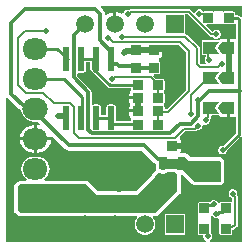
<source format=gbl>
G04*
G04 #@! TF.GenerationSoftware,Altium Limited,Altium Designer,21.9.2 (33)*
G04*
G04 Layer_Physical_Order=4*
G04 Layer_Color=16711680*
%FSLAX44Y44*%
%MOMM*%
G71*
G04*
G04 #@! TF.SameCoordinates,8D6B135D-26D1-4348-B727-2CCB693FEEA9*
G04*
G04*
G04 #@! TF.FilePolarity,Positive*
G04*
G01*
G75*
%ADD12C,0.2000*%
G04:AMPARAMS|DCode=18|XSize=0.8mm|YSize=0.9mm|CornerRadius=0.06mm|HoleSize=0mm|Usage=FLASHONLY|Rotation=270.000|XOffset=0mm|YOffset=0mm|HoleType=Round|Shape=RoundedRectangle|*
%AMROUNDEDRECTD18*
21,1,0.8000,0.7800,0,0,270.0*
21,1,0.6800,0.9000,0,0,270.0*
1,1,0.1200,-0.3900,-0.3400*
1,1,0.1200,-0.3900,0.3400*
1,1,0.1200,0.3900,0.3400*
1,1,0.1200,0.3900,-0.3400*
%
%ADD18ROUNDEDRECTD18*%
%ADD43R,0.9000X1.0000*%
%ADD44C,0.2500*%
%ADD45C,0.5000*%
%ADD47C,0.3000*%
%ADD48C,1.5000*%
%ADD49R,1.5000X1.5000*%
%ADD50O,2.1336X1.8796*%
%ADD51O,2.1336X1.8288*%
%ADD52R,2.1336X1.8288*%
%ADD53O,2.0000X1.5000*%
%ADD54R,2.0000X1.5000*%
%ADD55C,0.5000*%
%ADD56C,0.4064*%
G04:AMPARAMS|DCode=57|XSize=0.5334mm|YSize=1.9812mm|CornerRadius=0.0667mm|HoleSize=0mm|Usage=FLASHONLY|Rotation=180.000|XOffset=0mm|YOffset=0mm|HoleType=Round|Shape=RoundedRectangle|*
%AMROUNDEDRECTD57*
21,1,0.5334,1.8479,0,0,180.0*
21,1,0.4001,1.9812,0,0,180.0*
1,1,0.1333,-0.2000,0.9239*
1,1,0.1333,0.2000,0.9239*
1,1,0.1333,0.2000,-0.9239*
1,1,0.1333,-0.2000,-0.9239*
%
%ADD57ROUNDEDRECTD57*%
G04:AMPARAMS|DCode=58|XSize=0.9mm|YSize=0.8mm|CornerRadius=0.06mm|HoleSize=0mm|Usage=FLASHONLY|Rotation=0.000|XOffset=0mm|YOffset=0mm|HoleType=Round|Shape=RoundedRectangle|*
%AMROUNDEDRECTD58*
21,1,0.9000,0.6800,0,0,0.0*
21,1,0.7800,0.8000,0,0,0.0*
1,1,0.1200,0.3900,-0.3400*
1,1,0.1200,-0.3900,-0.3400*
1,1,0.1200,-0.3900,0.3400*
1,1,0.1200,0.3900,0.3400*
%
%ADD58ROUNDEDRECTD58*%
G04:AMPARAMS|DCode=59|XSize=0.9mm|YSize=0.8mm|CornerRadius=0.06mm|HoleSize=0mm|Usage=FLASHONLY|Rotation=90.000|XOffset=0mm|YOffset=0mm|HoleType=Round|Shape=RoundedRectangle|*
%AMROUNDEDRECTD59*
21,1,0.9000,0.6800,0,0,90.0*
21,1,0.7800,0.8000,0,0,90.0*
1,1,0.1200,0.3400,0.3900*
1,1,0.1200,0.3400,-0.3900*
1,1,0.1200,-0.3400,-0.3900*
1,1,0.1200,-0.3400,0.3900*
%
%ADD59ROUNDEDRECTD59*%
G36*
X200000Y190832D02*
X199038Y190435D01*
X198730Y190410D01*
X197338Y191802D01*
X196511Y192355D01*
X195536Y192549D01*
X194286D01*
Y193400D01*
X194143Y194122D01*
X193734Y194734D01*
X193122Y195143D01*
X192400Y195286D01*
X184600D01*
X184304Y195227D01*
X184000Y195354D01*
X176000D01*
X175695Y195228D01*
X175400Y195286D01*
X167600D01*
X167216Y195210D01*
X167080Y195536D01*
X166026Y196591D01*
X164647Y197162D01*
X163155D01*
X161777Y196591D01*
X160722Y195536D01*
X160366Y194675D01*
X158978Y194266D01*
X156622Y196622D01*
X155878Y197119D01*
X155000Y197294D01*
X105672D01*
X104794Y197119D01*
X104051Y196623D01*
X103746Y196750D01*
X102254D01*
X100876Y196179D01*
X99821Y195124D01*
X99332Y193945D01*
X99226Y193833D01*
X98643Y193540D01*
X97980Y193314D01*
X96176Y194356D01*
X93622Y195040D01*
X93570D01*
Y185000D01*
X91030D01*
Y195040D01*
X90979D01*
X88425Y194356D01*
X86136Y193034D01*
X85120Y192018D01*
X83850Y192544D01*
Y193452D01*
X83501Y195208D01*
X82506Y196696D01*
X80375Y198827D01*
X80861Y200000D01*
X200000D01*
Y190832D01*
D02*
G37*
G36*
X172378Y174378D02*
X173122Y173881D01*
X174000Y173706D01*
X174991D01*
X175876Y172821D01*
X177254Y172250D01*
X178746D01*
X180124Y172821D01*
X181179Y173876D01*
X181750Y175254D01*
Y176746D01*
X181179Y178124D01*
X180124Y179179D01*
X178746Y179750D01*
X177254D01*
X175876Y179179D01*
X174991Y178294D01*
X174950D01*
X169704Y183540D01*
X170190Y184714D01*
X175400D01*
X175697Y184773D01*
X176000Y184648D01*
X184000D01*
X184302Y184773D01*
X184600Y184714D01*
X192400D01*
X193122Y184857D01*
X193181Y184897D01*
X194451Y184228D01*
Y172139D01*
X189772D01*
Y164599D01*
X187232D01*
Y172139D01*
X181462D01*
Y171712D01*
X181412Y171628D01*
X180665Y171053D01*
X180193Y170874D01*
X180002Y170953D01*
X175002D01*
X174751Y170849D01*
X165753D01*
Y158349D01*
X169208D01*
Y157061D01*
X168821Y156673D01*
X168250Y155295D01*
Y153803D01*
X168821Y152425D01*
X169252Y151994D01*
X168726Y150724D01*
X165331D01*
X164294Y151761D01*
Y164000D01*
X164119Y164878D01*
X163622Y165622D01*
X153622Y175622D01*
X152878Y176119D01*
X152000Y176294D01*
X151850D01*
Y192706D01*
X154050D01*
X172378Y174378D01*
D02*
G37*
G36*
X185002Y159600D02*
X182752D01*
X181502Y161600D01*
X179502Y164600D01*
X181502Y167600D01*
X182752Y169600D01*
X185002D01*
Y159600D01*
D02*
G37*
G36*
X178752Y167600D02*
X176752Y164600D01*
X178752Y161600D01*
X180002Y159600D01*
X175002D01*
Y169600D01*
X180002D01*
X178752Y167600D01*
D02*
G37*
G36*
X71451Y146858D02*
X71645Y145882D01*
X72198Y145055D01*
X72529Y144724D01*
X72543Y144652D01*
X72967Y144018D01*
X73601Y143594D01*
X73673Y143580D01*
X86055Y131198D01*
X86882Y130645D01*
X87858Y130451D01*
X105714D01*
Y129600D01*
X105857Y128878D01*
X105659Y127879D01*
X105336Y127664D01*
X104642Y126625D01*
X104398Y125400D01*
Y123270D01*
X111500D01*
Y120730D01*
X104398D01*
Y118600D01*
X104642Y117375D01*
X105227Y116500D01*
X104642Y115625D01*
X104398Y114400D01*
Y112270D01*
X111500D01*
Y109730D01*
X104398D01*
Y107600D01*
X104642Y106375D01*
X105336Y105336D01*
X105857Y104988D01*
X105982Y104607D01*
X106101Y103568D01*
X106067Y103436D01*
X105857Y103122D01*
X105714Y102400D01*
Y102247D01*
X93004D01*
Y114602D01*
X92855Y115350D01*
X92431Y115984D01*
X91797Y116408D01*
X91049Y116556D01*
X87049D01*
X86301Y116408D01*
X85667Y115984D01*
X85243Y115350D01*
X85095Y114602D01*
Y107912D01*
X80304D01*
Y114602D01*
X80155Y115350D01*
X79731Y115984D01*
X79097Y116408D01*
X78349Y116556D01*
X74349D01*
X73936Y116474D01*
X72958Y117029D01*
X72666Y117310D01*
Y127138D01*
X72453Y128211D01*
X71845Y129121D01*
X60236Y140729D01*
Y142530D01*
X60340Y142697D01*
X61506Y143474D01*
X61649Y143445D01*
X65649D01*
X66397Y143594D01*
X67031Y144018D01*
X67455Y144652D01*
X67604Y145400D01*
Y152090D01*
X71451D01*
Y146858D01*
D02*
G37*
G36*
X185002Y134200D02*
X182752D01*
X181502Y136200D01*
X179502Y139200D01*
X181502Y142200D01*
X182752Y144200D01*
X185002D01*
Y134200D01*
D02*
G37*
G36*
X178752Y142200D02*
X176752Y139200D01*
X178752Y136200D01*
X180002Y134200D01*
X175002D01*
Y144200D01*
X180002D01*
X178752Y142200D01*
D02*
G37*
G36*
X152706Y161050D02*
Y128710D01*
X136290Y112294D01*
X134286D01*
Y114400D01*
X134143Y115122D01*
X133734Y115734D01*
X133677Y115772D01*
Y117228D01*
X133734Y117266D01*
X134143Y117878D01*
X134286Y118600D01*
Y125400D01*
X134143Y126122D01*
X133734Y126734D01*
X133677Y126771D01*
Y128229D01*
X133734Y128266D01*
X134143Y128878D01*
X134286Y129600D01*
Y136400D01*
X134143Y137122D01*
X133734Y137734D01*
X133122Y138143D01*
X132400Y138286D01*
X127138D01*
X127119Y138378D01*
X126622Y139122D01*
X124821Y140923D01*
X124994Y141706D01*
X125305Y142193D01*
X128900D01*
X129630Y142338D01*
X130248Y142752D01*
X130661Y143370D01*
X130807Y144100D01*
Y150900D01*
X130661Y151630D01*
X130248Y152248D01*
X129630Y152662D01*
X129500Y152687D01*
Y156018D01*
X130125Y156142D01*
X131164Y156836D01*
X131858Y157875D01*
X132101Y159100D01*
Y161230D01*
X125000D01*
Y163770D01*
X132101D01*
Y165900D01*
X132087Y165974D01*
X132892Y166956D01*
X146800D01*
X152706Y161050D01*
D02*
G37*
G36*
X185002Y108800D02*
X182752D01*
X181502Y110800D01*
X179502Y113800D01*
X181502Y116800D01*
X182752Y118800D01*
X185002D01*
Y108800D01*
D02*
G37*
G36*
X178752Y116800D02*
X176752Y113800D01*
X178752Y110800D01*
X180002Y108800D01*
X175002D01*
Y118800D01*
X180002D01*
X178752Y116800D01*
D02*
G37*
G36*
X145000Y57000D02*
Y43000D01*
X127000Y25000D01*
X12000D01*
X10000Y27000D01*
Y47000D01*
X12000Y49000D01*
X68000D01*
X77000Y40000D01*
X82704D01*
X83000Y39941D01*
X93841D01*
X94906Y39500D01*
X97094D01*
X98159Y39941D01*
X109000D01*
X109296Y40000D01*
X111000D01*
X126000Y55000D01*
X129942Y58942D01*
X130150Y58734D01*
X131999Y57968D01*
X134001D01*
X135850Y58734D01*
X136116Y59000D01*
X143000D01*
X145000Y57000D01*
D02*
G37*
G36*
X136500Y72000D02*
Y70500D01*
X145500D01*
Y72000D01*
X152000D01*
X155000Y69000D01*
X181000D01*
X182000Y68000D01*
Y52000D01*
X181000Y51000D01*
X160000D01*
X150000Y61000D01*
X145326D01*
X145163Y61163D01*
X145163Y61163D01*
X144568Y61560D01*
X144171Y61826D01*
X143000Y62059D01*
X143000Y62059D01*
X136116D01*
X134946Y61826D01*
X134548Y61560D01*
X134332Y61416D01*
X133392Y61027D01*
X132607D01*
X131592Y61448D01*
X131112Y61768D01*
X130014Y61986D01*
X130000Y62000D01*
Y71000D01*
X131000Y72000D01*
X136500D01*
D02*
G37*
G36*
X11033Y112478D02*
X12522Y111483D01*
X13147Y111359D01*
X13337Y109915D01*
X14411Y107320D01*
X16121Y105091D01*
X18350Y103382D01*
X20945Y102307D01*
X23730Y101940D01*
X26270D01*
X26965Y102031D01*
X28950Y100046D01*
X28357Y98843D01*
X26524Y99085D01*
X26270D01*
Y88570D01*
X38142D01*
X38068Y89133D01*
X39270Y89726D01*
X50179Y78818D01*
X51668Y77823D01*
X53423Y77474D01*
X114823D01*
X125541Y66756D01*
X126941Y65820D01*
Y62000D01*
X126941Y62000D01*
X127014Y61636D01*
Y61390D01*
X127108Y61162D01*
X127174Y60830D01*
X127306Y60632D01*
X123837Y57163D01*
X109733Y43059D01*
X109296D01*
X109000Y43000D01*
X98159D01*
X96989Y42767D01*
X96486Y42559D01*
X95514D01*
X95011Y42767D01*
X93841Y43000D01*
X83000D01*
X82704Y43059D01*
X78267D01*
X70163Y51163D01*
X69170Y51826D01*
X68000Y52059D01*
X68000Y52059D01*
X32892D01*
X32461Y53329D01*
X33951Y54473D01*
X35621Y56648D01*
X36670Y59181D01*
X37028Y61900D01*
X36670Y64619D01*
X35621Y67152D01*
X33951Y69327D01*
X31776Y70997D01*
X29243Y72046D01*
X26524Y72404D01*
X23476D01*
X20757Y72046D01*
X18224Y70997D01*
X16049Y69327D01*
X14379Y67152D01*
X13330Y64619D01*
X12972Y61900D01*
X13330Y59181D01*
X14379Y56648D01*
X16049Y54473D01*
X17539Y53329D01*
X17108Y52059D01*
X12000D01*
X10829Y51826D01*
X9837Y51163D01*
X7837Y49163D01*
X7174Y48170D01*
X6941Y47000D01*
X6941Y47000D01*
Y27000D01*
X7174Y25830D01*
X7837Y24837D01*
X9837Y22837D01*
X10829Y22174D01*
X12000Y21941D01*
X12000Y21941D01*
X110579D01*
X111065Y20768D01*
X110682Y20385D01*
X109527Y18385D01*
X108930Y16154D01*
Y13845D01*
X109527Y11615D01*
X110682Y9615D01*
X112315Y7982D01*
X114314Y6827D01*
X116545Y6230D01*
X118854D01*
X121085Y6827D01*
X123084Y7982D01*
X124717Y9615D01*
X125872Y11615D01*
X126470Y13845D01*
Y16154D01*
X125872Y18385D01*
X124717Y20385D01*
X124334Y20768D01*
X124820Y21941D01*
X127000D01*
X127000Y21941D01*
X128170Y22174D01*
X129163Y22837D01*
X147163Y40837D01*
X147826Y41830D01*
X148059Y43000D01*
X148059Y43000D01*
Y56819D01*
X148487Y57141D01*
X149274Y57400D01*
X157837Y48837D01*
X158829Y48174D01*
X160000Y47941D01*
X160000Y47941D01*
X181000D01*
X181000Y47941D01*
X182171Y48174D01*
X183163Y48837D01*
X183163Y48837D01*
X184163Y49837D01*
X184826Y50830D01*
X185059Y52000D01*
X185059Y52000D01*
Y68000D01*
X185059Y68000D01*
X184826Y69170D01*
X184163Y70163D01*
X184163Y70163D01*
X183163Y71163D01*
X182171Y71826D01*
X181000Y72059D01*
X181000Y72059D01*
X156267D01*
X154163Y74163D01*
X153170Y74826D01*
X152000Y75059D01*
X152000Y75059D01*
X148112D01*
X147493Y76329D01*
X147858Y76875D01*
X148102Y78100D01*
Y80230D01*
X141000D01*
Y82770D01*
X148102D01*
Y84900D01*
X147858Y86125D01*
X147164Y87164D01*
X147027Y88783D01*
X151901Y93657D01*
X160002D01*
X160880Y93831D01*
X161624Y94328D01*
X162106Y94810D01*
X163419D01*
X164798Y95381D01*
X165853Y96436D01*
X166423Y97814D01*
Y98634D01*
X167605Y99519D01*
X168254Y99250D01*
X169746D01*
X171124Y99821D01*
X172179Y100876D01*
X172750Y102254D01*
Y103675D01*
X173125Y104049D01*
X173622Y104794D01*
X173797Y105672D01*
Y106848D01*
X175002Y107447D01*
X180002D01*
X180193Y107526D01*
X180665Y107347D01*
X181412Y106772D01*
X181462Y106688D01*
Y106259D01*
X187232D01*
Y113799D01*
X189772D01*
Y106259D01*
X194451D01*
Y92056D01*
X184075Y81680D01*
X182812D01*
X181434Y81109D01*
X180379Y80054D01*
X179808Y78676D01*
Y77184D01*
X180379Y75806D01*
X181434Y74751D01*
X182812Y74180D01*
X184304D01*
X185682Y74751D01*
X186737Y75806D01*
X187308Y77184D01*
Y77703D01*
X198730Y89125D01*
X199038Y89100D01*
X200000Y88704D01*
Y0D01*
X172650D01*
X172398Y1270D01*
X173124Y1571D01*
X174179Y2626D01*
X174750Y4004D01*
Y5496D01*
X174179Y6874D01*
X173286Y7767D01*
Y15400D01*
X173228Y15693D01*
X173353Y15995D01*
Y22101D01*
X174623Y22354D01*
X174821Y21876D01*
X175876Y20821D01*
X177254Y20250D01*
X178746D01*
X179377Y20512D01*
X180647Y19685D01*
Y16002D01*
X180773Y15698D01*
X180714Y15400D01*
Y7600D01*
X180857Y6878D01*
X181266Y6266D01*
X181878Y5857D01*
X182600Y5714D01*
X189400D01*
X190122Y5857D01*
X190734Y6266D01*
X191143Y6878D01*
X191286Y7600D01*
Y10282D01*
X191828D01*
X192706Y10457D01*
X193451Y10954D01*
X195622Y13126D01*
X196119Y13870D01*
X196294Y14748D01*
Y38438D01*
X196119Y39316D01*
X195806Y39785D01*
X196000Y40254D01*
Y41746D01*
X195429Y43124D01*
X194374Y44179D01*
X192996Y44750D01*
X191504D01*
X190126Y44179D01*
X189071Y43124D01*
X188500Y41746D01*
Y40254D01*
X189071Y38876D01*
X190126Y37821D01*
X191504Y37250D01*
X191706D01*
Y34495D01*
X191459Y34302D01*
X190436Y33933D01*
X190122Y34143D01*
X189400Y34286D01*
X182600D01*
X181878Y34143D01*
X181266Y33734D01*
X180923Y33221D01*
X180422Y33140D01*
X179573Y33174D01*
X179179Y34124D01*
X178124Y35179D01*
X176746Y35750D01*
X175254D01*
X173876Y35179D01*
X172821Y34124D01*
X172122Y34143D01*
X171400Y34286D01*
X164600D01*
X163878Y34143D01*
X163266Y33734D01*
X162857Y33122D01*
X162714Y32400D01*
Y24600D01*
X162773Y24300D01*
X162647Y23995D01*
Y15995D01*
X162772Y15693D01*
X162714Y15400D01*
Y7600D01*
X162857Y6878D01*
X163266Y6266D01*
X163878Y5857D01*
X164600Y5714D01*
X167104D01*
X167250Y5496D01*
Y4004D01*
X167821Y2626D01*
X168876Y1571D01*
X169602Y1270D01*
X169349Y0D01*
X0D01*
Y121849D01*
X1208Y122240D01*
X1270Y122241D01*
X11033Y112478D01*
D02*
G37*
%LPC*%
G36*
X23730Y99085D02*
X23476D01*
X20426Y98683D01*
X17584Y97506D01*
X15143Y95633D01*
X13270Y93192D01*
X12093Y90350D01*
X11858Y88570D01*
X23730D01*
Y99085D01*
D02*
G37*
G36*
X38142Y86030D02*
X26270D01*
Y75515D01*
X26524D01*
X29574Y75917D01*
X32416Y77094D01*
X34857Y78967D01*
X36730Y81408D01*
X37907Y84250D01*
X38142Y86030D01*
D02*
G37*
G36*
X23730D02*
X11858D01*
X12093Y84250D01*
X13270Y81408D01*
X15143Y78967D01*
X17584Y77094D01*
X20426Y75917D01*
X23476Y75515D01*
X23730D01*
Y86030D01*
D02*
G37*
G36*
X151870Y23770D02*
X134330D01*
Y6230D01*
X151870D01*
Y23770D01*
D02*
G37*
%LPD*%
D12*
X150951Y95951D02*
X160002D01*
X162612Y98560D01*
X143000Y88000D02*
X150951Y95951D01*
X162612Y98560D02*
X162673D01*
X157000Y108707D02*
X157121Y108586D01*
X157000Y108707D02*
Y124697D01*
X86907Y173141D02*
X90798Y169250D01*
X147750D01*
X86759Y173141D02*
X86907D01*
X163901Y193412D02*
X164408Y192906D01*
X168594D01*
X171500Y190000D01*
X157000Y124697D02*
X167502Y135199D01*
X164381Y148430D02*
X179618D01*
X162000Y150810D02*
Y164000D01*
Y150810D02*
X164381Y148430D01*
X179618D02*
X182188Y151000D01*
X147750Y169250D02*
X155000Y162000D01*
Y127760D02*
Y162000D01*
X152000Y174000D02*
X162000Y164000D01*
X98000Y174000D02*
X152000D01*
X128500Y122000D02*
Y133000D01*
X91312Y139500D02*
X123000D01*
X90276Y138464D02*
X91312Y139500D01*
X89464Y138464D02*
X90276D01*
X123000Y139500D02*
X125000Y137500D01*
Y136000D02*
Y137500D01*
Y136000D02*
X128000Y133000D01*
X128500D01*
X62000Y88000D02*
X143000D01*
X57299Y92701D02*
Y114377D01*
Y92701D02*
X62000Y88000D01*
X31820Y126098D02*
X40399Y117519D01*
X54158D01*
X57299Y114377D01*
X137240Y110000D02*
X155000Y127760D01*
X10000Y133000D02*
X16902Y126098D01*
X10000Y173000D02*
X16000Y179000D01*
X10000Y133000D02*
Y173000D01*
X192250Y40188D02*
X194000Y38438D01*
Y14748D02*
Y38438D01*
X192250Y40188D02*
Y41000D01*
X16000Y179000D02*
X34000D01*
X16902Y126098D02*
X31820D01*
X129500Y110000D02*
X137240D01*
X128500Y109000D02*
X129500Y110000D01*
X128500Y96000D02*
Y109000D01*
X103000Y193000D02*
X103672D01*
X105672Y195000D01*
X155000D01*
X174000Y176000D01*
X178000D01*
X186000Y11500D02*
X187077Y12577D01*
X191828D01*
X194000Y14748D01*
X168000Y11500D02*
X170700Y8800D01*
Y5050D02*
Y8800D01*
Y5050D02*
X171000Y4750D01*
X171502Y105672D02*
Y113799D01*
X169000Y103169D02*
X171502Y105672D01*
X169000Y103000D02*
Y103169D01*
X182188Y151000D02*
X183000D01*
X171502Y155047D02*
X172000Y154549D01*
X171502Y155047D02*
Y164599D01*
X168002Y135199D02*
X171502Y138699D01*
X167502Y135199D02*
X168002D01*
X171502Y138699D02*
Y139199D01*
D18*
X141000Y66500D02*
D03*
Y81500D02*
D03*
X125000Y147500D02*
D03*
Y162500D02*
D03*
X110000Y147500D02*
D03*
Y162500D02*
D03*
D43*
X171502Y113799D02*
D03*
X188503D02*
D03*
X171502Y164599D02*
D03*
X188503D02*
D03*
X171502Y139199D02*
D03*
X188503D02*
D03*
D44*
X183558Y77930D02*
X183930D01*
X197000Y91000D01*
X25000Y138100D02*
X48900D01*
X64201Y122799D01*
Y108359D02*
Y122799D01*
X63649Y154639D02*
X74000D01*
Y146858D02*
Y154639D01*
Y146858D02*
X87858Y133000D01*
X111500D01*
X89049Y101115D02*
Y105363D01*
X90466Y99698D02*
X110802D01*
X89049Y101115D02*
X90466Y99698D01*
X76349Y105363D02*
X89049D01*
X197000Y128000D02*
Y188535D01*
Y91000D02*
Y128000D01*
X188500Y190000D02*
X195536D01*
X197000Y188535D01*
X110802Y99698D02*
X111500Y99000D01*
X180010Y25334D02*
X183250D01*
X178676Y24000D02*
X180010Y25334D01*
X178000Y24000D02*
X178676D01*
X183250Y25334D02*
X186000Y28084D01*
Y28500D01*
X175324Y32000D02*
X176000D01*
X174683Y31360D02*
X175324Y32000D01*
X168000Y28500D02*
Y28610D01*
X170750Y31360D01*
X174683D01*
X43500Y163500D02*
X52361Y154639D01*
X25000Y163500D02*
X43500D01*
D45*
X100000Y160000D02*
X101872Y161872D01*
X109373D02*
X110000Y162500D01*
X101872Y161872D02*
X109373D01*
X44000Y107000D02*
X50782D01*
X50949Y105363D02*
Y106833D01*
X50782Y107000D02*
X50949Y106833D01*
X132072Y164500D02*
X137732D01*
X131572Y164000D02*
X132072Y164500D01*
X126500Y164000D02*
X131572D01*
X125000Y162500D02*
X126500Y164000D01*
X110000Y162500D02*
X125000D01*
X168500Y81500D02*
X170000Y80000D01*
X141000Y81500D02*
X168500D01*
X111500Y111000D02*
Y122000D01*
X189250Y139947D02*
Y163852D01*
X188503Y164599D02*
X189250Y163852D01*
X188503Y139199D02*
X189250Y139947D01*
D47*
X147263Y100263D02*
X156870D01*
X163000Y106393D01*
Y118686D01*
X75713Y197000D02*
X79262Y193452D01*
Y170738D02*
Y193452D01*
Y170738D02*
X86955Y163045D01*
X87882D01*
X89049Y154639D02*
Y161878D01*
X87882Y163045D02*
X89049Y161878D01*
X139000Y92000D02*
X147263Y100263D01*
X72710Y92000D02*
X139000D01*
X172314Y128000D02*
X197000D01*
X163000Y118686D02*
X172314Y128000D01*
X4500Y125500D02*
Y185429D01*
X16071Y197000D02*
X61930D01*
X4500Y185429D02*
X16071Y197000D01*
X61930D02*
X61930Y197000D01*
X75713D01*
X90000Y150757D02*
Y155000D01*
X69862Y94847D02*
X72710Y92000D01*
X69862Y94847D02*
Y127138D01*
X57432Y139568D02*
X69862Y127138D01*
X57432Y139568D02*
Y175532D01*
X66900Y185000D01*
X90000Y150757D02*
X90216Y150541D01*
X95771Y149229D02*
X108271D01*
X90216Y150541D02*
X94459D01*
X95771Y149229D01*
X110000Y147500D02*
X125000D01*
X108271Y149229D02*
X110000Y147500D01*
X4500Y125500D02*
X14278Y115722D01*
X21978D01*
X25000Y112700D01*
Y110485D02*
X53423Y82062D01*
X116723D01*
X128785Y70000D01*
X133000Y65785D02*
Y70000D01*
X25000Y110485D02*
Y112700D01*
X128785Y70000D02*
X133000D01*
D48*
X117700Y15000D02*
D03*
X92300Y15000D02*
D03*
X66900D02*
D03*
X117700Y185000D02*
D03*
X92300Y185000D02*
D03*
X66900D02*
D03*
D49*
X143100Y15000D02*
D03*
Y185000D02*
D03*
D50*
X25000Y112700D02*
D03*
D51*
Y87300D02*
D03*
Y61900D02*
D03*
Y138100D02*
D03*
Y163500D02*
D03*
D52*
Y36500D02*
D03*
D53*
X170000Y80000D02*
D03*
D54*
Y60000D02*
D03*
D55*
X162673Y98560D02*
D03*
X157121Y108586D02*
D03*
X183558Y77930D02*
D03*
X86759Y173141D02*
D03*
X100000Y160000D02*
D03*
X79280Y8320D02*
D03*
X38640D02*
D03*
X18320D02*
D03*
X163901Y193412D02*
D03*
X44000Y107000D02*
D03*
X162642Y120080D02*
D03*
X137732Y164500D02*
D03*
X98000Y174000D02*
D03*
X197000Y128000D02*
D03*
X192250Y41000D02*
D03*
X89464Y138464D02*
D03*
X34000Y179000D02*
D03*
X103000Y193000D02*
D03*
X171000Y4750D02*
D03*
X178000Y24000D02*
D03*
X176000Y32000D02*
D03*
X169000Y103000D02*
D03*
X172000Y154549D02*
D03*
X183000Y151000D02*
D03*
X178000Y176000D02*
D03*
X96000Y45000D02*
D03*
Y55000D02*
D03*
Y75000D02*
D03*
Y65000D02*
D03*
X88000Y70000D02*
D03*
Y50000D02*
D03*
Y60000D02*
D03*
X104000Y50000D02*
D03*
Y70000D02*
D03*
Y60000D02*
D03*
D56*
X65000Y140000D02*
D03*
X98480Y105997D02*
D03*
X191623Y178206D02*
D03*
X133000Y63000D02*
D03*
Y70000D02*
D03*
X142000Y52000D02*
D03*
X135000Y48000D02*
D03*
Y56000D02*
D03*
D57*
X50949Y154639D02*
D03*
X63649D02*
D03*
X76349D02*
D03*
X89049D02*
D03*
Y105363D02*
D03*
X50949D02*
D03*
X63649D02*
D03*
X76349D02*
D03*
D58*
X128500Y122000D02*
D03*
X111500D02*
D03*
X171500Y190000D02*
D03*
X188500D02*
D03*
X111500Y99000D02*
D03*
X128500D02*
D03*
X111500Y111000D02*
D03*
X128500D02*
D03*
X111500Y133000D02*
D03*
X128500D02*
D03*
D59*
X186000Y28500D02*
D03*
Y11500D02*
D03*
X168000Y11500D02*
D03*
Y28500D02*
D03*
M02*

</source>
